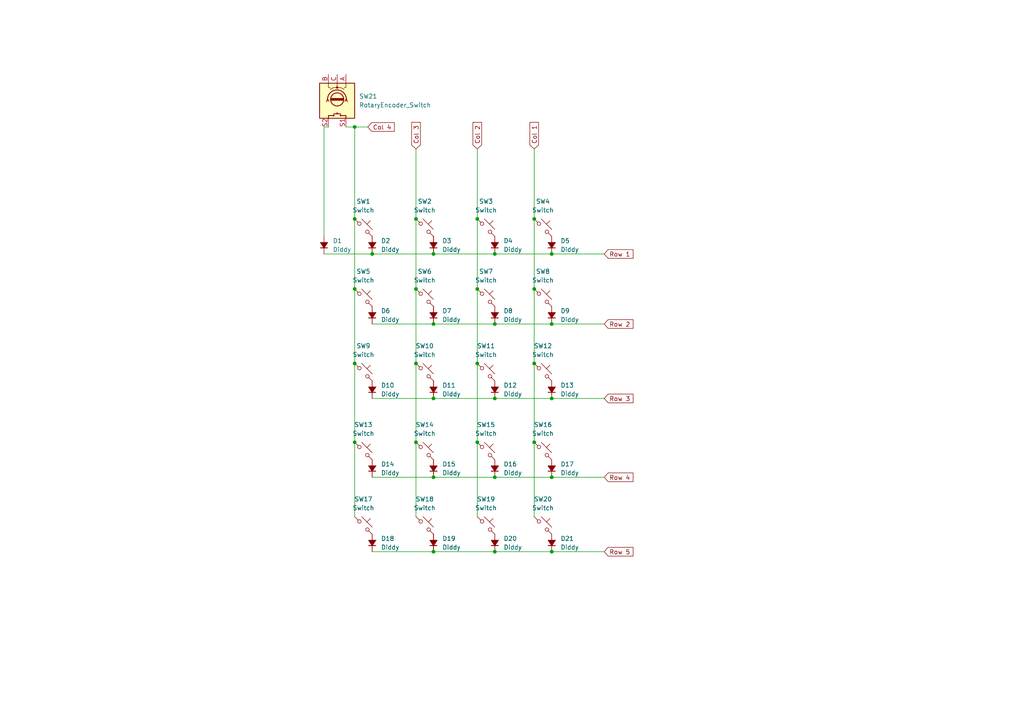
<source format=kicad_sch>
(kicad_sch (version 20250114) (generator "eeschema") (generator_version "9.0")
  (paper "A4")
  (lib_symbols
    (symbol "Device:D_Small_Filled" (pin_numbers (hide yes)) (pin_names (offset 0.254) (hide yes))
      (property "Reference" "D" (at -1.27 2.032 0))
      (property "Value" "D_Small_Filled" (at -3.81 -2.032 0))
      (symbol "D_Small_Filled_0_1"
        (polyline (pts (xy -0.762 0) (xy 0.762 0)))
        (polyline (pts (xy -0.762 -1.016) (xy -0.762 1.016)) (stroke (width 0.254)))
        (polyline (pts (xy 0.762 -1.016) (xy -0.762 0) (xy 0.762 1.016) (xy 0.762 -1.016)) (stroke (width 0.254)) (fill (type outline)))
      )
      (symbol "D_Small_Filled_1_1"
        (pin passive line (at -2.54 0 0) (length 1.778) (name "K") (number "1"))
        (pin passive line (at 2.54 0 180) (length 1.778) (name "A") (number "2"))
      )
    )
    (symbol "Device:RotaryEncoder_Switch" (pin_names (offset 0.254) (hide yes))
      (property "Reference" "SW" (at 0 6.604 0))
      (property "Value" "RotaryEncoder_Switch" (at 0 -6.604 0))
      (symbol "RotaryEncoder_Switch_0_1"
        (rectangle (start -5.08 5.08) (end 5.08 -5.08) (stroke (width 0.254)) (fill (type background)))
        (polyline (pts (xy -5.08 2.54) (xy -3.81 2.54) (xy -3.81 2.032)))
        (polyline (pts (xy -5.08 0) (xy -3.81 0) (xy -3.81 -1.016) (xy -3.302 -2.032)))
        (polyline (pts (xy -5.08 -2.54) (xy -3.81 -2.54) (xy -3.81 -2.032)))
        (polyline (pts (xy -4.318 0) (xy -3.81 0) (xy -3.81 1.016) (xy -3.302 2.032)))
        (circle (center -3.81 0) (radius 0.254) (fill (type outline)))
        (polyline (pts (xy -0.635 -1.778) (xy -0.635 1.778)) (stroke (width 0.254)))
        (circle (center -0.381 0) (radius 1.905) (stroke (width 0.254)))
        (polyline (pts (xy -0.381 -1.778) (xy -0.381 1.778)) (stroke (width 0.254)))
        (arc (start -0.381 -2.794) (mid -3.0988 -0.0635) (end -0.381 2.667) (stroke (width 0.254)))
        (polyline (pts (xy -0.127 1.778) (xy -0.127 -1.778)) (stroke (width 0.254)))
        (polyline (pts (xy 0.254 2.921) (xy -0.508 2.667) (xy 0.127 2.286)) (stroke (width 0.254)))
        (polyline (pts (xy 0.254 -3.048) (xy -0.508 -2.794) (xy 0.127 -2.413)) (stroke (width 0.254)))
        (polyline (pts (xy 3.81 1.016) (xy 3.81 -1.016)) (stroke (width 0.254)))
        (polyline (pts (xy 3.81 0) (xy 3.429 0)) (stroke (width 0.254)))
        (circle (center 4.318 1.016) (radius 0.127) (stroke (width 0.254)))
        (circle (center 4.318 -1.016) (radius 0.127) (stroke (width 0.254)))
        (polyline (pts (xy 5.08 2.54) (xy 4.318 2.54) (xy 4.318 1.016)) (stroke (width 0.254)))
        (polyline (pts (xy 5.08 -2.54) (xy 4.318 -2.54) (xy 4.318 -1.016)) (stroke (width 0.254)))
      )
      (symbol "RotaryEncoder_Switch_1_1"
        (pin passive line (at -7.62 2.54 0) (length 2.54) (name "A") (number "A"))
        (pin passive line (at -7.62 0 0) (length 2.54) (name "C") (number "C"))
        (pin passive line (at -7.62 -2.54 0) (length 2.54) (name "B") (number "B"))
        (pin passive line (at 7.62 2.54 180) (length 2.54) (name "S1") (number "S1"))
        (pin passive line (at 7.62 -2.54 180) (length 2.54) (name "S2") (number "S2"))
      )
    )
    (symbol "Switch:SW_Push_45deg" (pin_numbers (hide yes)) (pin_names (offset 1.016) (hide yes))
      (property "Reference" "SW" (at 3.048 1.016 0))
      (property "Value" "SW_Push_45deg" (at 0 -3.81 0))
      (symbol "SW_Push_45deg_0_1"
        (polyline (pts (xy -2.54 2.54) (xy -1.524 1.524) (xy -1.524 1.524)))
        (circle (center -1.1684 1.1684) (radius 0.508))
        (polyline (pts (xy -0.508 2.54) (xy 2.54 -0.508)))
        (polyline (pts (xy 1.016 1.016) (xy 2.032 2.032)))
        (circle (center 1.143 -1.1938) (radius 0.508))
        (polyline (pts (xy 1.524 -1.524) (xy 2.54 -2.54) (xy 2.54 -2.54) (xy 2.54 -2.54)))
        (pin passive line (at -2.54 2.54 0) (length 0) (name "1") (number "1"))
        (pin passive line (at 2.54 -2.54 180) (length 0) (name "2") (number "2"))
      )
    )
  )
  (junction (at 120.65 128.27))
  (junction (at 102.87 36.83))
  (junction (at 102.87 63.5))
  (junction (at 143.51 160.02))
  (junction (at 160.02 160.02))
  (junction (at 160.02 115.57))
  (junction (at 160.02 73.66))
  (junction (at 125.73 73.66))
  (junction (at 160.02 93.98))
  (junction (at 120.65 83.82))
  (junction (at 154.94 63.5))
  (junction (at 125.73 138.43))
  (junction (at 154.94 83.82))
  (junction (at 154.94 105.41))
  (junction (at 138.43 128.27))
  (junction (at 120.65 63.5))
  (junction (at 138.43 105.41))
  (junction (at 102.87 83.82))
  (junction (at 143.51 73.66))
  (junction (at 138.43 83.82))
  (junction (at 143.51 93.98))
  (junction (at 120.65 105.41))
  (junction (at 143.51 115.57))
  (junction (at 107.95 73.66))
  (junction (at 138.43 63.5))
  (junction (at 102.87 128.27))
  (junction (at 102.87 105.41))
  (junction (at 143.51 138.43))
  (junction (at 160.02 138.43))
  (junction (at 125.73 160.02))
  (junction (at 154.94 128.27))
  (junction (at 125.73 115.57))
  (junction (at 125.73 93.98))
  (wire (pts (xy 107.95 138.43) (xy 125.73 138.43)))
  (wire (pts (xy 102.87 36.83) (xy 106.68 36.83)))
  (wire (pts (xy 107.95 115.57) (xy 125.73 115.57)))
  (wire (pts (xy 160.02 93.98) (xy 175.26 93.98)))
  (wire (pts (xy 160.02 115.57) (xy 175.26 115.57)))
  (wire (pts (xy 107.95 160.02) (xy 125.73 160.02)))
  (wire (pts (xy 93.98 36.83) (xy 95.25 36.83)))
  (wire (pts (xy 102.87 36.83) (xy 100.33 36.83)))
  (wire (pts (xy 125.73 115.57) (xy 143.51 115.57)))
  (wire (pts (xy 107.95 93.98) (xy 125.73 93.98)))
  (wire (pts (xy 160.02 160.02) (xy 175.26 160.02)))
  (wire (pts (xy 143.51 160.02) (xy 160.02 160.02)))
  (wire (pts (xy 102.87 63.5) (xy 102.87 83.82)))
  (wire (pts (xy 160.02 73.66) (xy 175.26 73.66)))
  (wire (pts (xy 125.73 160.02) (xy 143.51 160.02)))
  (wire (pts (xy 154.94 128.27) (xy 154.94 149.86)))
  (wire (pts (xy 160.02 138.43) (xy 175.26 138.43)))
  (wire (pts (xy 120.65 128.27) (xy 120.65 149.86)))
  (wire (pts (xy 138.43 105.41) (xy 138.43 128.27)))
  (wire (pts (xy 154.94 43.18) (xy 154.94 63.5)))
  (wire (pts (xy 120.65 63.5) (xy 120.65 83.82)))
  (wire (pts (xy 120.65 83.82) (xy 120.65 105.41)))
  (wire (pts (xy 93.98 73.66) (xy 107.95 73.66)))
  (wire (pts (xy 125.73 73.66) (xy 143.51 73.66)))
  (wire (pts (xy 138.43 128.27) (xy 138.43 149.86)))
  (wire (pts (xy 154.94 63.5) (xy 154.94 83.82)))
  (wire (pts (xy 102.87 105.41) (xy 102.87 128.27)))
  (wire (pts (xy 143.51 93.98) (xy 160.02 93.98)))
  (wire (pts (xy 102.87 83.82) (xy 102.87 105.41)))
  (wire (pts (xy 138.43 43.18) (xy 138.43 63.5)))
  (wire (pts (xy 154.94 105.41) (xy 154.94 128.27)))
  (wire (pts (xy 102.87 128.27) (xy 102.87 149.86)))
  (wire (pts (xy 120.65 43.18) (xy 120.65 63.5)))
  (wire (pts (xy 143.51 73.66) (xy 160.02 73.66)))
  (wire (pts (xy 93.98 68.58) (xy 93.98 36.83)))
  (wire (pts (xy 125.73 138.43) (xy 143.51 138.43)))
  (wire (pts (xy 138.43 83.82) (xy 138.43 105.41)))
  (wire (pts (xy 143.51 115.57) (xy 160.02 115.57)))
  (wire (pts (xy 154.94 83.82) (xy 154.94 105.41)))
  (wire (pts (xy 125.73 93.98) (xy 143.51 93.98)))
  (wire (pts (xy 102.87 36.83) (xy 102.87 63.5)))
  (wire (pts (xy 138.43 63.5) (xy 138.43 83.82)))
  (wire (pts (xy 120.65 105.41) (xy 120.65 128.27)))
  (wire (pts (xy 107.95 73.66) (xy 125.73 73.66)))
  (wire (pts (xy 143.51 138.43) (xy 160.02 138.43)))
  (global_label "Col 3" (shape input) (at 120.65 43.18 90) (property "Intersheetrefs" "${INTERSHEET_REFS}" (effects (hide yes))))
  (global_label "Col 1" (shape input) (at 154.94 43.18 90) (property "Intersheetrefs" "${INTERSHEET_REFS}" (effects (hide yes))))
  (global_label "Row 4" (shape input) (at 175.26 138.43 0) (property "Intersheetrefs" "${INTERSHEET_REFS}" (effects (hide yes))))
  (global_label "Row 2" (shape input) (at 175.26 93.98 0) (property "Intersheetrefs" "${INTERSHEET_REFS}" (effects (hide yes))))
  (global_label "Row 1" (shape input) (at 175.26 73.66 0) (property "Intersheetrefs" "${INTERSHEET_REFS}" (effects (hide yes))))
  (global_label "Col 2" (shape input) (at 138.43 43.18 90) (property "Intersheetrefs" "${INTERSHEET_REFS}" (effects (hide yes))))
  (global_label "Row 3" (shape input) (at 175.26 115.57 0) (property "Intersheetrefs" "${INTERSHEET_REFS}" (effects (hide yes))))
  (global_label "Row 5" (shape input) (at 175.26 160.02 0) (property "Intersheetrefs" "${INTERSHEET_REFS}" (effects (hide yes))))
  (global_label "Col 4" (shape input) (at 106.68 36.83 0) (property "Intersheetrefs" "${INTERSHEET_REFS}" (effects (hide yes))))
  (symbol (lib_id "Switch:SW_Push_45deg") (at 157.48 152.4 0) (unit 1)
    (property "Reference" "SW20" (at 157.48 144.78 0))
    (property "Value" "Switch" (at 157.48 147.32 0))
    (property "Description" "Push button switch, normally open, two pins, 45° tilted" (effects (hide yes)))
  )
  (symbol (lib_id "Device:D_Small_Filled") (at 107.95 91.44 90) (unit 1)
    (property "Reference" "D6" (at 110.49 90.1699 90) (effects (justify right)))
    (property "Value" "Diddy" (at 110.49 92.7099 90) (effects (justify right)))
    (property "Description" "Diode, small symbol, filled shape" (effects (hide yes)))
    (property "Sim.Device" "D" (effects (hide yes)))
    (property "Sim.Pins" "1=K 2=A" (effects (hide yes)))
  )
  (symbol (lib_id "Switch:SW_Push_45deg") (at 140.97 86.36 0) (unit 1)
    (property "Reference" "SW7" (at 140.97 78.74 0))
    (property "Value" "Switch" (at 140.97 81.28 0))
    (property "Description" "Push button switch, normally open, two pins, 45° tilted" (effects (hide yes)))
  )
  (symbol (lib_id "Switch:SW_Push_45deg") (at 105.41 107.95 0) (unit 1)
    (property "Reference" "SW9" (at 105.41 100.33 0))
    (property "Value" "Switch" (at 105.41 102.87 0))
    (property "Description" "Push button switch, normally open, two pins, 45° tilted" (effects (hide yes)))
  )
  (symbol (lib_id "Switch:SW_Push_45deg") (at 140.97 130.81 0) (unit 1)
    (property "Reference" "SW15" (at 140.97 123.19 0))
    (property "Value" "Switch" (at 140.97 125.73 0))
    (property "Description" "Push button switch, normally open, two pins, 45° tilted" (effects (hide yes)))
  )
  (symbol (lib_id "Switch:SW_Push_45deg") (at 140.97 107.95 0) (unit 1)
    (property "Reference" "SW11" (at 140.97 100.33 0))
    (property "Value" "Switch" (at 140.97 102.87 0))
    (property "Description" "Push button switch, normally open, two pins, 45° tilted" (effects (hide yes)))
  )
  (symbol (lib_id "Device:D_Small_Filled") (at 143.51 113.03 90) (unit 1)
    (property "Reference" "D12" (at 146.05 111.7599 90) (effects (justify right)))
    (property "Value" "Diddy" (at 146.05 114.2999 90) (effects (justify right)))
    (property "Description" "Diode, small symbol, filled shape" (effects (hide yes)))
    (property "Sim.Device" "D" (effects (hide yes)))
    (property "Sim.Pins" "1=K 2=A" (effects (hide yes)))
  )
  (symbol (lib_id "Device:D_Small_Filled") (at 143.51 157.48 90) (unit 1)
    (property "Reference" "D20" (at 146.05 156.2099 90) (effects (justify right)))
    (property "Value" "Diddy" (at 146.05 158.7499 90) (effects (justify right)))
    (property "Description" "Diode, small symbol, filled shape" (effects (hide yes)))
    (property "Sim.Device" "D" (effects (hide yes)))
    (property "Sim.Pins" "1=K 2=A" (effects (hide yes)))
  )
  (symbol (lib_id "Switch:SW_Push_45deg") (at 140.97 152.4 0) (unit 1)
    (property "Reference" "SW19" (at 140.97 144.78 0))
    (property "Value" "Switch" (at 140.97 147.32 0))
    (property "Description" "Push button switch, normally open, two pins, 45° tilted" (effects (hide yes)))
  )
  (symbol (lib_id "Switch:SW_Push_45deg") (at 123.19 107.95 0) (unit 1)
    (property "Reference" "SW10" (at 123.19 100.33 0))
    (property "Value" "Switch" (at 123.19 102.87 0))
    (property "Description" "Push button switch, normally open, two pins, 45° tilted" (effects (hide yes)))
  )
  (symbol (lib_id "Switch:SW_Push_45deg") (at 140.97 66.04 0) (unit 1)
    (property "Reference" "SW3" (at 140.97 58.42 0))
    (property "Value" "Switch" (at 140.97 60.96 0))
    (property "Description" "Push button switch, normally open, two pins, 45° tilted" (effects (hide yes)))
  )
  (symbol (lib_id "Device:D_Small_Filled") (at 125.73 113.03 90) (unit 1)
    (property "Reference" "D11" (at 128.27 111.7599 90) (effects (justify right)))
    (property "Value" "Diddy" (at 128.27 114.2999 90) (effects (justify right)))
    (property "Description" "Diode, small symbol, filled shape" (effects (hide yes)))
    (property "Sim.Device" "D" (effects (hide yes)))
    (property "Sim.Pins" "1=K 2=A" (effects (hide yes)))
  )
  (symbol (lib_id "Device:D_Small_Filled") (at 107.95 113.03 90) (unit 1)
    (property "Reference" "D10" (at 110.49 111.7599 90) (effects (justify right)))
    (property "Value" "Diddy" (at 110.49 114.2999 90) (effects (justify right)))
    (property "Description" "Diode, small symbol, filled shape" (effects (hide yes)))
    (property "Sim.Device" "D" (effects (hide yes)))
    (property "Sim.Pins" "1=K 2=A" (effects (hide yes)))
  )
  (symbol (lib_id "Switch:SW_Push_45deg") (at 157.48 107.95 0) (unit 1)
    (property "Reference" "SW12" (at 157.48 100.33 0))
    (property "Value" "Switch" (at 157.48 102.87 0))
    (property "Description" "Push button switch, normally open, two pins, 45° tilted" (effects (hide yes)))
  )
  (symbol (lib_id "Switch:SW_Push_45deg") (at 123.19 66.04 0) (unit 1)
    (property "Reference" "SW2" (at 123.19 58.42 0))
    (property "Value" "Switch" (at 123.19 60.96 0))
    (property "Description" "Push button switch, normally open, two pins, 45° tilted" (effects (hide yes)))
  )
  (symbol (lib_id "Device:D_Small_Filled") (at 107.95 135.89 90) (unit 1)
    (property "Reference" "D14" (at 110.49 134.6199 90) (effects (justify right)))
    (property "Value" "Diddy" (at 110.49 137.1599 90) (effects (justify right)))
    (property "Description" "Diode, small symbol, filled shape" (effects (hide yes)))
    (property "Sim.Device" "D" (effects (hide yes)))
    (property "Sim.Pins" "1=K 2=A" (effects (hide yes)))
  )
  (symbol (lib_id "Switch:SW_Push_45deg") (at 105.41 152.4 0) (unit 1)
    (property "Reference" "SW17" (at 105.41 144.78 0))
    (property "Value" "Switch" (at 105.41 147.32 0))
    (property "Description" "Push button switch, normally open, two pins, 45° tilted" (effects (hide yes)))
  )
  (symbol (lib_id "Device:D_Small_Filled") (at 143.51 91.44 90) (unit 1)
    (property "Reference" "D8" (at 146.05 90.1699 90) (effects (justify right)))
    (property "Value" "Diddy" (at 146.05 92.7099 90) (effects (justify right)))
    (property "Description" "Diode, small symbol, filled shape" (effects (hide yes)))
    (property "Sim.Device" "D" (effects (hide yes)))
    (property "Sim.Pins" "1=K 2=A" (effects (hide yes)))
  )
  (symbol (lib_id "Device:D_Small_Filled") (at 160.02 135.89 90) (unit 1)
    (property "Reference" "D17" (at 162.56 134.6199 90) (effects (justify right)))
    (property "Value" "Diddy" (at 162.56 137.1599 90) (effects (justify right)))
    (property "Description" "Diode, small symbol, filled shape" (effects (hide yes)))
    (property "Sim.Device" "D" (effects (hide yes)))
    (property "Sim.Pins" "1=K 2=A" (effects (hide yes)))
  )
  (symbol (lib_id "Device:D_Small_Filled") (at 107.95 157.48 90) (unit 1)
    (property "Reference" "D18" (at 110.49 156.2099 90) (effects (justify right)))
    (property "Value" "Diddy" (at 110.49 158.7499 90) (effects (justify right)))
    (property "Description" "Diode, small symbol, filled shape" (effects (hide yes)))
    (property "Sim.Device" "D" (effects (hide yes)))
    (property "Sim.Pins" "1=K 2=A" (effects (hide yes)))
  )
  (symbol (lib_id "Switch:SW_Push_45deg") (at 157.48 130.81 0) (unit 1)
    (property "Reference" "SW16" (at 157.48 123.19 0))
    (property "Value" "Switch" (at 157.48 125.73 0))
    (property "Description" "Push button switch, normally open, two pins, 45° tilted" (effects (hide yes)))
  )
  (symbol (lib_id "Switch:SW_Push_45deg") (at 157.48 66.04 0) (unit 1)
    (property "Reference" "SW4" (at 157.48 58.42 0))
    (property "Value" "Switch" (at 157.48 60.96 0))
    (property "Description" "Push button switch, normally open, two pins, 45° tilted" (effects (hide yes)))
  )
  (symbol (lib_id "Device:D_Small_Filled") (at 93.98 71.12 90) (unit 1)
    (property "Reference" "D1" (at 96.52 69.8499 90) (effects (justify right)))
    (property "Value" "Diddy" (at 96.52 72.3899 90) (effects (justify right)))
    (property "Description" "Diode, small symbol, filled shape" (effects (hide yes)))
    (property "Sim.Device" "D" (effects (hide yes)))
    (property "Sim.Pins" "1=K 2=A" (effects (hide yes)))
  )
  (symbol (lib_id "Device:D_Small_Filled") (at 160.02 157.48 90) (unit 1)
    (property "Reference" "D21" (at 162.56 156.2099 90) (effects (justify right)))
    (property "Value" "Diddy" (at 162.56 158.7499 90) (effects (justify right)))
    (property "Description" "Diode, small symbol, filled shape" (effects (hide yes)))
    (property "Sim.Device" "D" (effects (hide yes)))
    (property "Sim.Pins" "1=K 2=A" (effects (hide yes)))
  )
  (symbol (lib_id "Switch:SW_Push_45deg") (at 123.19 86.36 0) (unit 1)
    (property "Reference" "SW6" (at 123.19 78.74 0))
    (property "Value" "Switch" (at 123.19 81.28 0))
    (property "Description" "Push button switch, normally open, two pins, 45° tilted" (effects (hide yes)))
  )
  (symbol (lib_id "Switch:SW_Push_45deg") (at 123.19 130.81 0) (unit 1)
    (property "Reference" "SW14" (at 123.19 123.19 0))
    (property "Value" "Switch" (at 123.19 125.73 0))
    (property "Description" "Push button switch, normally open, two pins, 45° tilted" (effects (hide yes)))
  )
  (symbol (lib_id "Device:D_Small_Filled") (at 107.95 71.12 90) (unit 1)
    (property "Reference" "D2" (at 110.49 69.8499 90) (effects (justify right)))
    (property "Value" "Diddy" (at 110.49 72.3899 90) (effects (justify right)))
    (property "Description" "Diode, small symbol, filled shape" (effects (hide yes)))
    (property "Sim.Device" "D" (effects (hide yes)))
    (property "Sim.Pins" "1=K 2=A" (effects (hide yes)))
  )
  (symbol (lib_id "Device:D_Small_Filled") (at 143.51 71.12 90) (unit 1)
    (property "Reference" "D4" (at 146.05 69.8499 90) (effects (justify right)))
    (property "Value" "Diddy" (at 146.05 72.3899 90) (effects (justify right)))
    (property "Description" "Diode, small symbol, filled shape" (effects (hide yes)))
    (property "Sim.Device" "D" (effects (hide yes)))
    (property "Sim.Pins" "1=K 2=A" (effects (hide yes)))
  )
  (symbol (lib_id "Switch:SW_Push_45deg") (at 157.48 86.36 0) (unit 1)
    (property "Reference" "SW8" (at 157.48 78.74 0))
    (property "Value" "Switch" (at 157.48 81.28 0))
    (property "Description" "Push button switch, normally open, two pins, 45° tilted" (effects (hide yes)))
  )
  (symbol (lib_id "Device:D_Small_Filled") (at 160.02 91.44 90) (unit 1)
    (property "Reference" "D9" (at 162.56 90.1699 90) (effects (justify right)))
    (property "Value" "Diddy" (at 162.56 92.7099 90) (effects (justify right)))
    (property "Description" "Diode, small symbol, filled shape" (effects (hide yes)))
    (property "Sim.Device" "D" (effects (hide yes)))
    (property "Sim.Pins" "1=K 2=A" (effects (hide yes)))
  )
  (symbol (lib_id "Switch:SW_Push_45deg") (at 123.19 152.4 0) (unit 1)
    (property "Reference" "SW18" (at 123.19 144.78 0))
    (property "Value" "Switch" (at 123.19 147.32 0))
    (property "Description" "Push button switch, normally open, two pins, 45° tilted" (effects (hide yes)))
  )
  (symbol (lib_id "Switch:SW_Push_45deg") (at 105.41 66.04 0) (unit 1)
    (property "Reference" "SW1" (at 105.41 58.42 0))
    (property "Value" "Switch" (at 105.41 60.96 0))
    (property "Description" "Push button switch, normally open, two pins, 45° tilted" (effects (hide yes)))
  )
  (symbol (lib_id "Device:D_Small_Filled") (at 160.02 71.12 90) (unit 1)
    (property "Reference" "D5" (at 162.56 69.8499 90) (effects (justify right)))
    (property "Value" "Diddy" (at 162.56 72.3899 90) (effects (justify right)))
    (property "Description" "Diode, small symbol, filled shape" (effects (hide yes)))
    (property "Sim.Device" "D" (effects (hide yes)))
    (property "Sim.Pins" "1=K 2=A" (effects (hide yes)))
  )
  (symbol (lib_id "Device:D_Small_Filled") (at 160.02 113.03 90) (unit 1)
    (property "Reference" "D13" (at 162.56 111.7599 90) (effects (justify right)))
    (property "Value" "Diddy" (at 162.56 114.2999 90) (effects (justify right)))
    (property "Description" "Diode, small symbol, filled shape" (effects (hide yes)))
    (property "Sim.Device" "D" (effects (hide yes)))
    (property "Sim.Pins" "1=K 2=A" (effects (hide yes)))
  )
  (symbol (lib_id "Device:D_Small_Filled") (at 143.51 135.89 90) (unit 1)
    (property "Reference" "D16" (at 146.05 134.6199 90) (effects (justify right)))
    (property "Value" "Diddy" (at 146.05 137.1599 90) (effects (justify right)))
    (property "Description" "Diode, small symbol, filled shape" (effects (hide yes)))
    (property "Sim.Device" "D" (effects (hide yes)))
    (property "Sim.Pins" "1=K 2=A" (effects (hide yes)))
  )
  (symbol (lib_id "Device:D_Small_Filled") (at 125.73 91.44 90) (unit 1)
    (property "Reference" "D7" (at 128.27 90.1699 90) (effects (justify right)))
    (property "Value" "Diddy" (at 128.27 92.7099 90) (effects (justify right)))
    (property "Description" "Diode, small symbol, filled shape" (effects (hide yes)))
    (property "Sim.Device" "D" (effects (hide yes)))
    (property "Sim.Pins" "1=K 2=A" (effects (hide yes)))
  )
  (symbol (lib_id "Device:D_Small_Filled") (at 125.73 71.12 90) (unit 1)
    (property "Reference" "D3" (at 128.27 69.8499 90) (effects (justify right)))
    (property "Value" "Diddy" (at 128.27 72.3899 90) (effects (justify right)))
    (property "Description" "Diode, small symbol, filled shape" (effects (hide yes)))
    (property "Sim.Device" "D" (effects (hide yes)))
    (property "Sim.Pins" "1=K 2=A" (effects (hide yes)))
  )
  (symbol (lib_id "Device:D_Small_Filled") (at 125.73 135.89 90) (unit 1)
    (property "Reference" "D15" (at 128.27 134.6199 90) (effects (justify right)))
    (property "Value" "Diddy" (at 128.27 137.1599 90) (effects (justify right)))
    (property "Description" "Diode, small symbol, filled shape" (effects (hide yes)))
    (property "Sim.Device" "D" (effects (hide yes)))
    (property "Sim.Pins" "1=K 2=A" (effects (hide yes)))
  )
  (symbol (lib_id "Switch:SW_Push_45deg") (at 105.41 86.36 0) (unit 1)
    (property "Reference" "SW5" (at 105.41 78.74 0))
    (property "Value" "Switch" (at 105.41 81.28 0))
    (property "Description" "Push button switch, normally open, two pins, 45° tilted" (effects (hide yes)))
  )
  (symbol (lib_id "Device:RotaryEncoder_Switch") (at 97.79 29.21 270) (unit 1)
    (property "Reference" "SW21" (at 104.14 27.9399 90) (effects (justify left)))
    (property "Value" "RotaryEncoder_Switch" (at 104.14 30.4799 90) (effects (justify left)))
    (property "Description" "Rotary encoder, dual channel, incremental quadrate outputs, with switch" (effects (hide yes)))
  )
  (symbol (lib_id "Device:D_Small_Filled") (at 125.73 157.48 90) (unit 1)
    (property "Reference" "D19" (at 128.27 156.2099 90) (effects (justify right)))
    (property "Value" "Diddy" (at 128.27 158.7499 90) (effects (justify right)))
    (property "Description" "Diode, small symbol, filled shape" (effects (hide yes)))
    (property "Sim.Device" "D" (effects (hide yes)))
    (property "Sim.Pins" "1=K 2=A" (effects (hide yes)))
  )
  (symbol (lib_id "Switch:SW_Push_45deg") (at 105.41 130.81 0) (unit 1)
    (property "Reference" "SW13" (at 105.41 123.19 0))
    (property "Value" "Switch" (at 105.41 125.73 0))
    (property "Description" "Push button switch, normally open, two pins, 45° tilted" (effects (hide yes)))
  )
)
</source>
